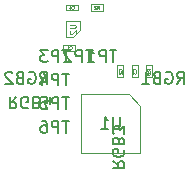
<source format=gbr>
%TF.GenerationSoftware,KiCad,Pcbnew,8.0.1-8.0.1-0~ubuntu20.04.1*%
%TF.CreationDate,2024-06-12T16:16:27+01:00*%
%TF.ProjectId,smolpad,736d6f6c-7061-4642-9e6b-696361645f70,rev?*%
%TF.SameCoordinates,Original*%
%TF.FileFunction,AssemblyDrawing,Bot*%
%FSLAX46Y46*%
G04 Gerber Fmt 4.6, Leading zero omitted, Abs format (unit mm)*
G04 Created by KiCad (PCBNEW 8.0.1-8.0.1-0~ubuntu20.04.1) date 2024-06-12 16:16:27*
%MOMM*%
%LPD*%
G01*
G04 APERTURE LIST*
%ADD10C,0.040000*%
%ADD11C,0.150000*%
%ADD12C,0.075000*%
%ADD13C,0.100000*%
G04 APERTURE END LIST*
D10*
X37721666Y-36489765D02*
X37733570Y-36501670D01*
X37733570Y-36501670D02*
X37769285Y-36513574D01*
X37769285Y-36513574D02*
X37793094Y-36513574D01*
X37793094Y-36513574D02*
X37828808Y-36501670D01*
X37828808Y-36501670D02*
X37852618Y-36477860D01*
X37852618Y-36477860D02*
X37864523Y-36454050D01*
X37864523Y-36454050D02*
X37876427Y-36406431D01*
X37876427Y-36406431D02*
X37876427Y-36370717D01*
X37876427Y-36370717D02*
X37864523Y-36323098D01*
X37864523Y-36323098D02*
X37852618Y-36299289D01*
X37852618Y-36299289D02*
X37828808Y-36275479D01*
X37828808Y-36275479D02*
X37793094Y-36263574D01*
X37793094Y-36263574D02*
X37769285Y-36263574D01*
X37769285Y-36263574D02*
X37733570Y-36275479D01*
X37733570Y-36275479D02*
X37721666Y-36287384D01*
X37483570Y-36513574D02*
X37626427Y-36513574D01*
X37554999Y-36513574D02*
X37554999Y-36263574D01*
X37554999Y-36263574D02*
X37578808Y-36299289D01*
X37578808Y-36299289D02*
X37602618Y-36323098D01*
X37602618Y-36323098D02*
X37626427Y-36335003D01*
D11*
X35216666Y-39454819D02*
X35549999Y-38978628D01*
X35788094Y-39454819D02*
X35788094Y-38454819D01*
X35788094Y-38454819D02*
X35407142Y-38454819D01*
X35407142Y-38454819D02*
X35311904Y-38502438D01*
X35311904Y-38502438D02*
X35264285Y-38550057D01*
X35264285Y-38550057D02*
X35216666Y-38645295D01*
X35216666Y-38645295D02*
X35216666Y-38788152D01*
X35216666Y-38788152D02*
X35264285Y-38883390D01*
X35264285Y-38883390D02*
X35311904Y-38931009D01*
X35311904Y-38931009D02*
X35407142Y-38978628D01*
X35407142Y-38978628D02*
X35788094Y-38978628D01*
X34264285Y-38502438D02*
X34359523Y-38454819D01*
X34359523Y-38454819D02*
X34502380Y-38454819D01*
X34502380Y-38454819D02*
X34645237Y-38502438D01*
X34645237Y-38502438D02*
X34740475Y-38597676D01*
X34740475Y-38597676D02*
X34788094Y-38692914D01*
X34788094Y-38692914D02*
X34835713Y-38883390D01*
X34835713Y-38883390D02*
X34835713Y-39026247D01*
X34835713Y-39026247D02*
X34788094Y-39216723D01*
X34788094Y-39216723D02*
X34740475Y-39311961D01*
X34740475Y-39311961D02*
X34645237Y-39407200D01*
X34645237Y-39407200D02*
X34502380Y-39454819D01*
X34502380Y-39454819D02*
X34407142Y-39454819D01*
X34407142Y-39454819D02*
X34264285Y-39407200D01*
X34264285Y-39407200D02*
X34216666Y-39359580D01*
X34216666Y-39359580D02*
X34216666Y-39026247D01*
X34216666Y-39026247D02*
X34407142Y-39026247D01*
X33454761Y-38931009D02*
X33311904Y-38978628D01*
X33311904Y-38978628D02*
X33264285Y-39026247D01*
X33264285Y-39026247D02*
X33216666Y-39121485D01*
X33216666Y-39121485D02*
X33216666Y-39264342D01*
X33216666Y-39264342D02*
X33264285Y-39359580D01*
X33264285Y-39359580D02*
X33311904Y-39407200D01*
X33311904Y-39407200D02*
X33407142Y-39454819D01*
X33407142Y-39454819D02*
X33788094Y-39454819D01*
X33788094Y-39454819D02*
X33788094Y-38454819D01*
X33788094Y-38454819D02*
X33454761Y-38454819D01*
X33454761Y-38454819D02*
X33359523Y-38502438D01*
X33359523Y-38502438D02*
X33311904Y-38550057D01*
X33311904Y-38550057D02*
X33264285Y-38645295D01*
X33264285Y-38645295D02*
X33264285Y-38740533D01*
X33264285Y-38740533D02*
X33311904Y-38835771D01*
X33311904Y-38835771D02*
X33359523Y-38883390D01*
X33359523Y-38883390D02*
X33454761Y-38931009D01*
X33454761Y-38931009D02*
X33788094Y-38931009D01*
X32835713Y-38550057D02*
X32788094Y-38502438D01*
X32788094Y-38502438D02*
X32692856Y-38454819D01*
X32692856Y-38454819D02*
X32454761Y-38454819D01*
X32454761Y-38454819D02*
X32359523Y-38502438D01*
X32359523Y-38502438D02*
X32311904Y-38550057D01*
X32311904Y-38550057D02*
X32264285Y-38645295D01*
X32264285Y-38645295D02*
X32264285Y-38740533D01*
X32264285Y-38740533D02*
X32311904Y-38883390D01*
X32311904Y-38883390D02*
X32883332Y-39454819D01*
X32883332Y-39454819D02*
X32264285Y-39454819D01*
X46816666Y-39454819D02*
X47149999Y-38978628D01*
X47388094Y-39454819D02*
X47388094Y-38454819D01*
X47388094Y-38454819D02*
X47007142Y-38454819D01*
X47007142Y-38454819D02*
X46911904Y-38502438D01*
X46911904Y-38502438D02*
X46864285Y-38550057D01*
X46864285Y-38550057D02*
X46816666Y-38645295D01*
X46816666Y-38645295D02*
X46816666Y-38788152D01*
X46816666Y-38788152D02*
X46864285Y-38883390D01*
X46864285Y-38883390D02*
X46911904Y-38931009D01*
X46911904Y-38931009D02*
X47007142Y-38978628D01*
X47007142Y-38978628D02*
X47388094Y-38978628D01*
X45864285Y-38502438D02*
X45959523Y-38454819D01*
X45959523Y-38454819D02*
X46102380Y-38454819D01*
X46102380Y-38454819D02*
X46245237Y-38502438D01*
X46245237Y-38502438D02*
X46340475Y-38597676D01*
X46340475Y-38597676D02*
X46388094Y-38692914D01*
X46388094Y-38692914D02*
X46435713Y-38883390D01*
X46435713Y-38883390D02*
X46435713Y-39026247D01*
X46435713Y-39026247D02*
X46388094Y-39216723D01*
X46388094Y-39216723D02*
X46340475Y-39311961D01*
X46340475Y-39311961D02*
X46245237Y-39407200D01*
X46245237Y-39407200D02*
X46102380Y-39454819D01*
X46102380Y-39454819D02*
X46007142Y-39454819D01*
X46007142Y-39454819D02*
X45864285Y-39407200D01*
X45864285Y-39407200D02*
X45816666Y-39359580D01*
X45816666Y-39359580D02*
X45816666Y-39026247D01*
X45816666Y-39026247D02*
X46007142Y-39026247D01*
X45054761Y-38931009D02*
X44911904Y-38978628D01*
X44911904Y-38978628D02*
X44864285Y-39026247D01*
X44864285Y-39026247D02*
X44816666Y-39121485D01*
X44816666Y-39121485D02*
X44816666Y-39264342D01*
X44816666Y-39264342D02*
X44864285Y-39359580D01*
X44864285Y-39359580D02*
X44911904Y-39407200D01*
X44911904Y-39407200D02*
X45007142Y-39454819D01*
X45007142Y-39454819D02*
X45388094Y-39454819D01*
X45388094Y-39454819D02*
X45388094Y-38454819D01*
X45388094Y-38454819D02*
X45054761Y-38454819D01*
X45054761Y-38454819D02*
X44959523Y-38502438D01*
X44959523Y-38502438D02*
X44911904Y-38550057D01*
X44911904Y-38550057D02*
X44864285Y-38645295D01*
X44864285Y-38645295D02*
X44864285Y-38740533D01*
X44864285Y-38740533D02*
X44911904Y-38835771D01*
X44911904Y-38835771D02*
X44959523Y-38883390D01*
X44959523Y-38883390D02*
X45054761Y-38931009D01*
X45054761Y-38931009D02*
X45388094Y-38931009D01*
X43864285Y-39454819D02*
X44435713Y-39454819D01*
X44149999Y-39454819D02*
X44149999Y-38454819D01*
X44149999Y-38454819D02*
X44245237Y-38597676D01*
X44245237Y-38597676D02*
X44340475Y-38692914D01*
X44340475Y-38692914D02*
X44435713Y-38740533D01*
X41961904Y-42254819D02*
X41961904Y-43064342D01*
X41961904Y-43064342D02*
X41914285Y-43159580D01*
X41914285Y-43159580D02*
X41866666Y-43207200D01*
X41866666Y-43207200D02*
X41771428Y-43254819D01*
X41771428Y-43254819D02*
X41580952Y-43254819D01*
X41580952Y-43254819D02*
X41485714Y-43207200D01*
X41485714Y-43207200D02*
X41438095Y-43159580D01*
X41438095Y-43159580D02*
X41390476Y-43064342D01*
X41390476Y-43064342D02*
X41390476Y-42254819D01*
X40390476Y-43254819D02*
X40961904Y-43254819D01*
X40676190Y-43254819D02*
X40676190Y-42254819D01*
X40676190Y-42254819D02*
X40771428Y-42397676D01*
X40771428Y-42397676D02*
X40866666Y-42492914D01*
X40866666Y-42492914D02*
X40961904Y-42540533D01*
X37661904Y-36604819D02*
X37090476Y-36604819D01*
X37376190Y-37604819D02*
X37376190Y-36604819D01*
X36757142Y-37604819D02*
X36757142Y-36604819D01*
X36757142Y-36604819D02*
X36376190Y-36604819D01*
X36376190Y-36604819D02*
X36280952Y-36652438D01*
X36280952Y-36652438D02*
X36233333Y-36700057D01*
X36233333Y-36700057D02*
X36185714Y-36795295D01*
X36185714Y-36795295D02*
X36185714Y-36938152D01*
X36185714Y-36938152D02*
X36233333Y-37033390D01*
X36233333Y-37033390D02*
X36280952Y-37081009D01*
X36280952Y-37081009D02*
X36376190Y-37128628D01*
X36376190Y-37128628D02*
X36757142Y-37128628D01*
X35852380Y-36604819D02*
X35233333Y-36604819D01*
X35233333Y-36604819D02*
X35566666Y-36985771D01*
X35566666Y-36985771D02*
X35423809Y-36985771D01*
X35423809Y-36985771D02*
X35328571Y-37033390D01*
X35328571Y-37033390D02*
X35280952Y-37081009D01*
X35280952Y-37081009D02*
X35233333Y-37176247D01*
X35233333Y-37176247D02*
X35233333Y-37414342D01*
X35233333Y-37414342D02*
X35280952Y-37509580D01*
X35280952Y-37509580D02*
X35328571Y-37557200D01*
X35328571Y-37557200D02*
X35423809Y-37604819D01*
X35423809Y-37604819D02*
X35709523Y-37604819D01*
X35709523Y-37604819D02*
X35804761Y-37557200D01*
X35804761Y-37557200D02*
X35852380Y-37509580D01*
X41345180Y-46016666D02*
X41821371Y-46349999D01*
X41345180Y-46588094D02*
X42345180Y-46588094D01*
X42345180Y-46588094D02*
X42345180Y-46207142D01*
X42345180Y-46207142D02*
X42297561Y-46111904D01*
X42297561Y-46111904D02*
X42249942Y-46064285D01*
X42249942Y-46064285D02*
X42154704Y-46016666D01*
X42154704Y-46016666D02*
X42011847Y-46016666D01*
X42011847Y-46016666D02*
X41916609Y-46064285D01*
X41916609Y-46064285D02*
X41868990Y-46111904D01*
X41868990Y-46111904D02*
X41821371Y-46207142D01*
X41821371Y-46207142D02*
X41821371Y-46588094D01*
X42297561Y-45064285D02*
X42345180Y-45159523D01*
X42345180Y-45159523D02*
X42345180Y-45302380D01*
X42345180Y-45302380D02*
X42297561Y-45445237D01*
X42297561Y-45445237D02*
X42202323Y-45540475D01*
X42202323Y-45540475D02*
X42107085Y-45588094D01*
X42107085Y-45588094D02*
X41916609Y-45635713D01*
X41916609Y-45635713D02*
X41773752Y-45635713D01*
X41773752Y-45635713D02*
X41583276Y-45588094D01*
X41583276Y-45588094D02*
X41488038Y-45540475D01*
X41488038Y-45540475D02*
X41392800Y-45445237D01*
X41392800Y-45445237D02*
X41345180Y-45302380D01*
X41345180Y-45302380D02*
X41345180Y-45207142D01*
X41345180Y-45207142D02*
X41392800Y-45064285D01*
X41392800Y-45064285D02*
X41440419Y-45016666D01*
X41440419Y-45016666D02*
X41773752Y-45016666D01*
X41773752Y-45016666D02*
X41773752Y-45207142D01*
X41868990Y-44254761D02*
X41821371Y-44111904D01*
X41821371Y-44111904D02*
X41773752Y-44064285D01*
X41773752Y-44064285D02*
X41678514Y-44016666D01*
X41678514Y-44016666D02*
X41535657Y-44016666D01*
X41535657Y-44016666D02*
X41440419Y-44064285D01*
X41440419Y-44064285D02*
X41392800Y-44111904D01*
X41392800Y-44111904D02*
X41345180Y-44207142D01*
X41345180Y-44207142D02*
X41345180Y-44588094D01*
X41345180Y-44588094D02*
X42345180Y-44588094D01*
X42345180Y-44588094D02*
X42345180Y-44254761D01*
X42345180Y-44254761D02*
X42297561Y-44159523D01*
X42297561Y-44159523D02*
X42249942Y-44111904D01*
X42249942Y-44111904D02*
X42154704Y-44064285D01*
X42154704Y-44064285D02*
X42059466Y-44064285D01*
X42059466Y-44064285D02*
X41964228Y-44111904D01*
X41964228Y-44111904D02*
X41916609Y-44159523D01*
X41916609Y-44159523D02*
X41868990Y-44254761D01*
X41868990Y-44254761D02*
X41868990Y-44588094D01*
X42345180Y-43683332D02*
X42345180Y-43064285D01*
X42345180Y-43064285D02*
X41964228Y-43397618D01*
X41964228Y-43397618D02*
X41964228Y-43254761D01*
X41964228Y-43254761D02*
X41916609Y-43159523D01*
X41916609Y-43159523D02*
X41868990Y-43111904D01*
X41868990Y-43111904D02*
X41773752Y-43064285D01*
X41773752Y-43064285D02*
X41535657Y-43064285D01*
X41535657Y-43064285D02*
X41440419Y-43111904D01*
X41440419Y-43111904D02*
X41392800Y-43159523D01*
X41392800Y-43159523D02*
X41345180Y-43254761D01*
X41345180Y-43254761D02*
X41345180Y-43540475D01*
X41345180Y-43540475D02*
X41392800Y-43635713D01*
X41392800Y-43635713D02*
X41440419Y-43683332D01*
D10*
X44518200Y-38356667D02*
X44394391Y-38270000D01*
X44518200Y-38208095D02*
X44258200Y-38208095D01*
X44258200Y-38208095D02*
X44258200Y-38307143D01*
X44258200Y-38307143D02*
X44270581Y-38331905D01*
X44270581Y-38331905D02*
X44282962Y-38344286D01*
X44282962Y-38344286D02*
X44307724Y-38356667D01*
X44307724Y-38356667D02*
X44344867Y-38356667D01*
X44344867Y-38356667D02*
X44369629Y-38344286D01*
X44369629Y-38344286D02*
X44382010Y-38331905D01*
X44382010Y-38331905D02*
X44394391Y-38307143D01*
X44394391Y-38307143D02*
X44394391Y-38208095D01*
X44518200Y-38604286D02*
X44518200Y-38455714D01*
X44518200Y-38530000D02*
X44258200Y-38530000D01*
X44258200Y-38530000D02*
X44295343Y-38505238D01*
X44295343Y-38505238D02*
X44320105Y-38480476D01*
X44320105Y-38480476D02*
X44332486Y-38455714D01*
D11*
X33183333Y-40545180D02*
X32850000Y-41021371D01*
X32611905Y-40545180D02*
X32611905Y-41545180D01*
X32611905Y-41545180D02*
X32992857Y-41545180D01*
X32992857Y-41545180D02*
X33088095Y-41497561D01*
X33088095Y-41497561D02*
X33135714Y-41449942D01*
X33135714Y-41449942D02*
X33183333Y-41354704D01*
X33183333Y-41354704D02*
X33183333Y-41211847D01*
X33183333Y-41211847D02*
X33135714Y-41116609D01*
X33135714Y-41116609D02*
X33088095Y-41068990D01*
X33088095Y-41068990D02*
X32992857Y-41021371D01*
X32992857Y-41021371D02*
X32611905Y-41021371D01*
X34135714Y-41497561D02*
X34040476Y-41545180D01*
X34040476Y-41545180D02*
X33897619Y-41545180D01*
X33897619Y-41545180D02*
X33754762Y-41497561D01*
X33754762Y-41497561D02*
X33659524Y-41402323D01*
X33659524Y-41402323D02*
X33611905Y-41307085D01*
X33611905Y-41307085D02*
X33564286Y-41116609D01*
X33564286Y-41116609D02*
X33564286Y-40973752D01*
X33564286Y-40973752D02*
X33611905Y-40783276D01*
X33611905Y-40783276D02*
X33659524Y-40688038D01*
X33659524Y-40688038D02*
X33754762Y-40592800D01*
X33754762Y-40592800D02*
X33897619Y-40545180D01*
X33897619Y-40545180D02*
X33992857Y-40545180D01*
X33992857Y-40545180D02*
X34135714Y-40592800D01*
X34135714Y-40592800D02*
X34183333Y-40640419D01*
X34183333Y-40640419D02*
X34183333Y-40973752D01*
X34183333Y-40973752D02*
X33992857Y-40973752D01*
X34945238Y-41068990D02*
X35088095Y-41021371D01*
X35088095Y-41021371D02*
X35135714Y-40973752D01*
X35135714Y-40973752D02*
X35183333Y-40878514D01*
X35183333Y-40878514D02*
X35183333Y-40735657D01*
X35183333Y-40735657D02*
X35135714Y-40640419D01*
X35135714Y-40640419D02*
X35088095Y-40592800D01*
X35088095Y-40592800D02*
X34992857Y-40545180D01*
X34992857Y-40545180D02*
X34611905Y-40545180D01*
X34611905Y-40545180D02*
X34611905Y-41545180D01*
X34611905Y-41545180D02*
X34945238Y-41545180D01*
X34945238Y-41545180D02*
X35040476Y-41497561D01*
X35040476Y-41497561D02*
X35088095Y-41449942D01*
X35088095Y-41449942D02*
X35135714Y-41354704D01*
X35135714Y-41354704D02*
X35135714Y-41259466D01*
X35135714Y-41259466D02*
X35088095Y-41164228D01*
X35088095Y-41164228D02*
X35040476Y-41116609D01*
X35040476Y-41116609D02*
X34945238Y-41068990D01*
X34945238Y-41068990D02*
X34611905Y-41068990D01*
X36040476Y-41211847D02*
X36040476Y-40545180D01*
X35802381Y-41592800D02*
X35564286Y-40878514D01*
X35564286Y-40878514D02*
X36183333Y-40878514D01*
X39661904Y-36604819D02*
X39090476Y-36604819D01*
X39376190Y-37604819D02*
X39376190Y-36604819D01*
X38757142Y-37604819D02*
X38757142Y-36604819D01*
X38757142Y-36604819D02*
X38376190Y-36604819D01*
X38376190Y-36604819D02*
X38280952Y-36652438D01*
X38280952Y-36652438D02*
X38233333Y-36700057D01*
X38233333Y-36700057D02*
X38185714Y-36795295D01*
X38185714Y-36795295D02*
X38185714Y-36938152D01*
X38185714Y-36938152D02*
X38233333Y-37033390D01*
X38233333Y-37033390D02*
X38280952Y-37081009D01*
X38280952Y-37081009D02*
X38376190Y-37128628D01*
X38376190Y-37128628D02*
X38757142Y-37128628D01*
X37804761Y-36700057D02*
X37757142Y-36652438D01*
X37757142Y-36652438D02*
X37661904Y-36604819D01*
X37661904Y-36604819D02*
X37423809Y-36604819D01*
X37423809Y-36604819D02*
X37328571Y-36652438D01*
X37328571Y-36652438D02*
X37280952Y-36700057D01*
X37280952Y-36700057D02*
X37233333Y-36795295D01*
X37233333Y-36795295D02*
X37233333Y-36890533D01*
X37233333Y-36890533D02*
X37280952Y-37033390D01*
X37280952Y-37033390D02*
X37852380Y-37604819D01*
X37852380Y-37604819D02*
X37233333Y-37604819D01*
D10*
X40043332Y-33118200D02*
X40129999Y-32994391D01*
X40191904Y-33118200D02*
X40191904Y-32858200D01*
X40191904Y-32858200D02*
X40092856Y-32858200D01*
X40092856Y-32858200D02*
X40068094Y-32870581D01*
X40068094Y-32870581D02*
X40055713Y-32882962D01*
X40055713Y-32882962D02*
X40043332Y-32907724D01*
X40043332Y-32907724D02*
X40043332Y-32944867D01*
X40043332Y-32944867D02*
X40055713Y-32969629D01*
X40055713Y-32969629D02*
X40068094Y-32982010D01*
X40068094Y-32982010D02*
X40092856Y-32994391D01*
X40092856Y-32994391D02*
X40191904Y-32994391D01*
X39944285Y-32882962D02*
X39931904Y-32870581D01*
X39931904Y-32870581D02*
X39907142Y-32858200D01*
X39907142Y-32858200D02*
X39845237Y-32858200D01*
X39845237Y-32858200D02*
X39820475Y-32870581D01*
X39820475Y-32870581D02*
X39808094Y-32882962D01*
X39808094Y-32882962D02*
X39795713Y-32907724D01*
X39795713Y-32907724D02*
X39795713Y-32932486D01*
X39795713Y-32932486D02*
X39808094Y-32969629D01*
X39808094Y-32969629D02*
X39956666Y-33118200D01*
X39956666Y-33118200D02*
X39795713Y-33118200D01*
X42089765Y-38358333D02*
X42101670Y-38346429D01*
X42101670Y-38346429D02*
X42113574Y-38310714D01*
X42113574Y-38310714D02*
X42113574Y-38286905D01*
X42113574Y-38286905D02*
X42101670Y-38251191D01*
X42101670Y-38251191D02*
X42077860Y-38227381D01*
X42077860Y-38227381D02*
X42054050Y-38215476D01*
X42054050Y-38215476D02*
X42006431Y-38203572D01*
X42006431Y-38203572D02*
X41970717Y-38203572D01*
X41970717Y-38203572D02*
X41923098Y-38215476D01*
X41923098Y-38215476D02*
X41899289Y-38227381D01*
X41899289Y-38227381D02*
X41875479Y-38251191D01*
X41875479Y-38251191D02*
X41863574Y-38286905D01*
X41863574Y-38286905D02*
X41863574Y-38310714D01*
X41863574Y-38310714D02*
X41875479Y-38346429D01*
X41875479Y-38346429D02*
X41887384Y-38358333D01*
X41887384Y-38453572D02*
X41875479Y-38465476D01*
X41875479Y-38465476D02*
X41863574Y-38489286D01*
X41863574Y-38489286D02*
X41863574Y-38548810D01*
X41863574Y-38548810D02*
X41875479Y-38572619D01*
X41875479Y-38572619D02*
X41887384Y-38584524D01*
X41887384Y-38584524D02*
X41911193Y-38596429D01*
X41911193Y-38596429D02*
X41935003Y-38596429D01*
X41935003Y-38596429D02*
X41970717Y-38584524D01*
X41970717Y-38584524D02*
X42113574Y-38441667D01*
X42113574Y-38441667D02*
X42113574Y-38596429D01*
D11*
X41661904Y-36604819D02*
X41090476Y-36604819D01*
X41376190Y-37604819D02*
X41376190Y-36604819D01*
X40757142Y-37604819D02*
X40757142Y-36604819D01*
X40757142Y-36604819D02*
X40376190Y-36604819D01*
X40376190Y-36604819D02*
X40280952Y-36652438D01*
X40280952Y-36652438D02*
X40233333Y-36700057D01*
X40233333Y-36700057D02*
X40185714Y-36795295D01*
X40185714Y-36795295D02*
X40185714Y-36938152D01*
X40185714Y-36938152D02*
X40233333Y-37033390D01*
X40233333Y-37033390D02*
X40280952Y-37081009D01*
X40280952Y-37081009D02*
X40376190Y-37128628D01*
X40376190Y-37128628D02*
X40757142Y-37128628D01*
X39233333Y-37604819D02*
X39804761Y-37604819D01*
X39519047Y-37604819D02*
X39519047Y-36604819D01*
X39519047Y-36604819D02*
X39614285Y-36747676D01*
X39614285Y-36747676D02*
X39709523Y-36842914D01*
X39709523Y-36842914D02*
X39804761Y-36890533D01*
D12*
X37702409Y-34451047D02*
X38107171Y-34451047D01*
X38107171Y-34451047D02*
X38154790Y-34474857D01*
X38154790Y-34474857D02*
X38178600Y-34498666D01*
X38178600Y-34498666D02*
X38202409Y-34546285D01*
X38202409Y-34546285D02*
X38202409Y-34641523D01*
X38202409Y-34641523D02*
X38178600Y-34689142D01*
X38178600Y-34689142D02*
X38154790Y-34712952D01*
X38154790Y-34712952D02*
X38107171Y-34736761D01*
X38107171Y-34736761D02*
X37702409Y-34736761D01*
X37750028Y-34951048D02*
X37726219Y-34974857D01*
X37726219Y-34974857D02*
X37702409Y-35022476D01*
X37702409Y-35022476D02*
X37702409Y-35141524D01*
X37702409Y-35141524D02*
X37726219Y-35189143D01*
X37726219Y-35189143D02*
X37750028Y-35212952D01*
X37750028Y-35212952D02*
X37797647Y-35236762D01*
X37797647Y-35236762D02*
X37845266Y-35236762D01*
X37845266Y-35236762D02*
X37916695Y-35212952D01*
X37916695Y-35212952D02*
X38202409Y-34927238D01*
X38202409Y-34927238D02*
X38202409Y-35236762D01*
D11*
X37661904Y-40604819D02*
X37090476Y-40604819D01*
X37376190Y-41604819D02*
X37376190Y-40604819D01*
X36757142Y-41604819D02*
X36757142Y-40604819D01*
X36757142Y-40604819D02*
X36376190Y-40604819D01*
X36376190Y-40604819D02*
X36280952Y-40652438D01*
X36280952Y-40652438D02*
X36233333Y-40700057D01*
X36233333Y-40700057D02*
X36185714Y-40795295D01*
X36185714Y-40795295D02*
X36185714Y-40938152D01*
X36185714Y-40938152D02*
X36233333Y-41033390D01*
X36233333Y-41033390D02*
X36280952Y-41081009D01*
X36280952Y-41081009D02*
X36376190Y-41128628D01*
X36376190Y-41128628D02*
X36757142Y-41128628D01*
X35280952Y-40604819D02*
X35757142Y-40604819D01*
X35757142Y-40604819D02*
X35804761Y-41081009D01*
X35804761Y-41081009D02*
X35757142Y-41033390D01*
X35757142Y-41033390D02*
X35661904Y-40985771D01*
X35661904Y-40985771D02*
X35423809Y-40985771D01*
X35423809Y-40985771D02*
X35328571Y-41033390D01*
X35328571Y-41033390D02*
X35280952Y-41081009D01*
X35280952Y-41081009D02*
X35233333Y-41176247D01*
X35233333Y-41176247D02*
X35233333Y-41414342D01*
X35233333Y-41414342D02*
X35280952Y-41509580D01*
X35280952Y-41509580D02*
X35328571Y-41557200D01*
X35328571Y-41557200D02*
X35423809Y-41604819D01*
X35423809Y-41604819D02*
X35661904Y-41604819D01*
X35661904Y-41604819D02*
X35757142Y-41557200D01*
X35757142Y-41557200D02*
X35804761Y-41509580D01*
X37661904Y-38604819D02*
X37090476Y-38604819D01*
X37376190Y-39604819D02*
X37376190Y-38604819D01*
X36757142Y-39604819D02*
X36757142Y-38604819D01*
X36757142Y-38604819D02*
X36376190Y-38604819D01*
X36376190Y-38604819D02*
X36280952Y-38652438D01*
X36280952Y-38652438D02*
X36233333Y-38700057D01*
X36233333Y-38700057D02*
X36185714Y-38795295D01*
X36185714Y-38795295D02*
X36185714Y-38938152D01*
X36185714Y-38938152D02*
X36233333Y-39033390D01*
X36233333Y-39033390D02*
X36280952Y-39081009D01*
X36280952Y-39081009D02*
X36376190Y-39128628D01*
X36376190Y-39128628D02*
X36757142Y-39128628D01*
X35328571Y-38938152D02*
X35328571Y-39604819D01*
X35566666Y-38557200D02*
X35804761Y-39271485D01*
X35804761Y-39271485D02*
X35185714Y-39271485D01*
X37661904Y-42604819D02*
X37090476Y-42604819D01*
X37376190Y-43604819D02*
X37376190Y-42604819D01*
X36757142Y-43604819D02*
X36757142Y-42604819D01*
X36757142Y-42604819D02*
X36376190Y-42604819D01*
X36376190Y-42604819D02*
X36280952Y-42652438D01*
X36280952Y-42652438D02*
X36233333Y-42700057D01*
X36233333Y-42700057D02*
X36185714Y-42795295D01*
X36185714Y-42795295D02*
X36185714Y-42938152D01*
X36185714Y-42938152D02*
X36233333Y-43033390D01*
X36233333Y-43033390D02*
X36280952Y-43081009D01*
X36280952Y-43081009D02*
X36376190Y-43128628D01*
X36376190Y-43128628D02*
X36757142Y-43128628D01*
X35328571Y-42604819D02*
X35519047Y-42604819D01*
X35519047Y-42604819D02*
X35614285Y-42652438D01*
X35614285Y-42652438D02*
X35661904Y-42700057D01*
X35661904Y-42700057D02*
X35757142Y-42842914D01*
X35757142Y-42842914D02*
X35804761Y-43033390D01*
X35804761Y-43033390D02*
X35804761Y-43414342D01*
X35804761Y-43414342D02*
X35757142Y-43509580D01*
X35757142Y-43509580D02*
X35709523Y-43557200D01*
X35709523Y-43557200D02*
X35614285Y-43604819D01*
X35614285Y-43604819D02*
X35423809Y-43604819D01*
X35423809Y-43604819D02*
X35328571Y-43557200D01*
X35328571Y-43557200D02*
X35280952Y-43509580D01*
X35280952Y-43509580D02*
X35233333Y-43414342D01*
X35233333Y-43414342D02*
X35233333Y-43176247D01*
X35233333Y-43176247D02*
X35280952Y-43081009D01*
X35280952Y-43081009D02*
X35328571Y-43033390D01*
X35328571Y-43033390D02*
X35423809Y-42985771D01*
X35423809Y-42985771D02*
X35614285Y-42985771D01*
X35614285Y-42985771D02*
X35709523Y-43033390D01*
X35709523Y-43033390D02*
X35757142Y-43081009D01*
X35757142Y-43081009D02*
X35804761Y-43176247D01*
D10*
X43289765Y-38358333D02*
X43301670Y-38346429D01*
X43301670Y-38346429D02*
X43313574Y-38310714D01*
X43313574Y-38310714D02*
X43313574Y-38286905D01*
X43313574Y-38286905D02*
X43301670Y-38251191D01*
X43301670Y-38251191D02*
X43277860Y-38227381D01*
X43277860Y-38227381D02*
X43254050Y-38215476D01*
X43254050Y-38215476D02*
X43206431Y-38203572D01*
X43206431Y-38203572D02*
X43170717Y-38203572D01*
X43170717Y-38203572D02*
X43123098Y-38215476D01*
X43123098Y-38215476D02*
X43099289Y-38227381D01*
X43099289Y-38227381D02*
X43075479Y-38251191D01*
X43075479Y-38251191D02*
X43063574Y-38286905D01*
X43063574Y-38286905D02*
X43063574Y-38310714D01*
X43063574Y-38310714D02*
X43075479Y-38346429D01*
X43075479Y-38346429D02*
X43087384Y-38358333D01*
X43063574Y-38441667D02*
X43063574Y-38596429D01*
X43063574Y-38596429D02*
X43158812Y-38513095D01*
X43158812Y-38513095D02*
X43158812Y-38548810D01*
X43158812Y-38548810D02*
X43170717Y-38572619D01*
X43170717Y-38572619D02*
X43182622Y-38584524D01*
X43182622Y-38584524D02*
X43206431Y-38596429D01*
X43206431Y-38596429D02*
X43265955Y-38596429D01*
X43265955Y-38596429D02*
X43289765Y-38584524D01*
X43289765Y-38584524D02*
X43301670Y-38572619D01*
X43301670Y-38572619D02*
X43313574Y-38548810D01*
X43313574Y-38548810D02*
X43313574Y-38477381D01*
X43313574Y-38477381D02*
X43301670Y-38453572D01*
X43301670Y-38453572D02*
X43289765Y-38441667D01*
X37921666Y-33089765D02*
X37933570Y-33101670D01*
X37933570Y-33101670D02*
X37969285Y-33113574D01*
X37969285Y-33113574D02*
X37993094Y-33113574D01*
X37993094Y-33113574D02*
X38028808Y-33101670D01*
X38028808Y-33101670D02*
X38052618Y-33077860D01*
X38052618Y-33077860D02*
X38064523Y-33054050D01*
X38064523Y-33054050D02*
X38076427Y-33006431D01*
X38076427Y-33006431D02*
X38076427Y-32970717D01*
X38076427Y-32970717D02*
X38064523Y-32923098D01*
X38064523Y-32923098D02*
X38052618Y-32899289D01*
X38052618Y-32899289D02*
X38028808Y-32875479D01*
X38028808Y-32875479D02*
X37993094Y-32863574D01*
X37993094Y-32863574D02*
X37969285Y-32863574D01*
X37969285Y-32863574D02*
X37933570Y-32875479D01*
X37933570Y-32875479D02*
X37921666Y-32887384D01*
X37707380Y-32946908D02*
X37707380Y-33113574D01*
X37766904Y-32851670D02*
X37826427Y-33030241D01*
X37826427Y-33030241D02*
X37671666Y-33030241D01*
D13*
%TO.C,C1*%
X37180000Y-36150000D02*
X38180000Y-36150000D01*
X37180000Y-36650000D02*
X37180000Y-36150000D01*
X38180000Y-36150000D02*
X38180000Y-36650000D01*
X38180000Y-36650000D02*
X37180000Y-36650000D01*
%TO.C,U1*%
X38700000Y-40300000D02*
X42700000Y-40300000D01*
X38700000Y-45300000D02*
X38700000Y-40300000D01*
X42700000Y-40300000D02*
X43700000Y-41300000D01*
X43700000Y-41300000D02*
X43700000Y-45300000D01*
X43700000Y-45300000D02*
X38700000Y-45300000D01*
%TO.C,R1*%
X44130000Y-37875000D02*
X44670000Y-37875000D01*
X44130000Y-38925000D02*
X44130000Y-37875000D01*
X44670000Y-37875000D02*
X44670000Y-38925000D01*
X44670000Y-38925000D02*
X44130000Y-38925000D01*
%TO.C,R2*%
X39475000Y-32730000D02*
X40525000Y-32730000D01*
X39475000Y-33270000D02*
X39475000Y-32730000D01*
X40525000Y-32730000D02*
X40525000Y-33270000D01*
X40525000Y-33270000D02*
X39475000Y-33270000D01*
%TO.C,C2*%
X41750000Y-37900000D02*
X42250000Y-37900000D01*
X41750000Y-38900000D02*
X41750000Y-37900000D01*
X42250000Y-37900000D02*
X42250000Y-38900000D01*
X42250000Y-38900000D02*
X41750000Y-38900000D01*
%TO.C,U2*%
X37400000Y-34182000D02*
X37400000Y-35482000D01*
X37400000Y-35482000D02*
X38000000Y-35482000D01*
X38000000Y-35482000D02*
X38550000Y-34932000D01*
X38550000Y-34182000D02*
X37400000Y-34182000D01*
X38550000Y-34932000D02*
X38550000Y-34182000D01*
%TO.C,C3*%
X42950000Y-37900000D02*
X43450000Y-37900000D01*
X42950000Y-38900000D02*
X42950000Y-37900000D01*
X43450000Y-37900000D02*
X43450000Y-38900000D01*
X43450000Y-38900000D02*
X42950000Y-38900000D01*
%TO.C,C4*%
X37380000Y-32750000D02*
X38380000Y-32750000D01*
X37380000Y-33250000D02*
X37380000Y-32750000D01*
X38380000Y-32750000D02*
X38380000Y-33250000D01*
X38380000Y-33250000D02*
X37380000Y-33250000D01*
%TD*%
M02*

</source>
